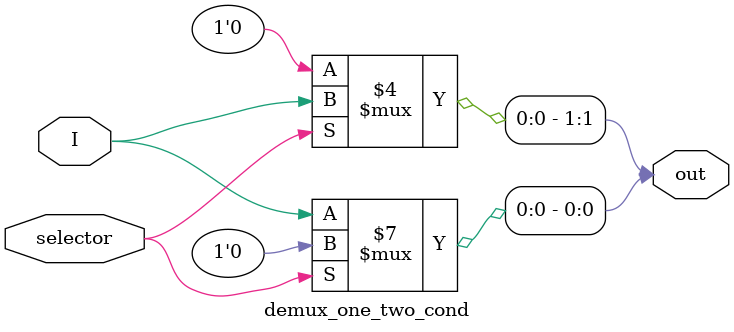
<source format=v>
module demux_one_two_cond(
    input I,
    input selector,
    output reg [1:0]out
);
always @(I,selector) begin
    if(selector==0) begin
    out[0]=I;
    out[1]=0;
    end
    else begin
    out[0]=0;
    out[1]=I;
    end
end
endmodule
</source>
